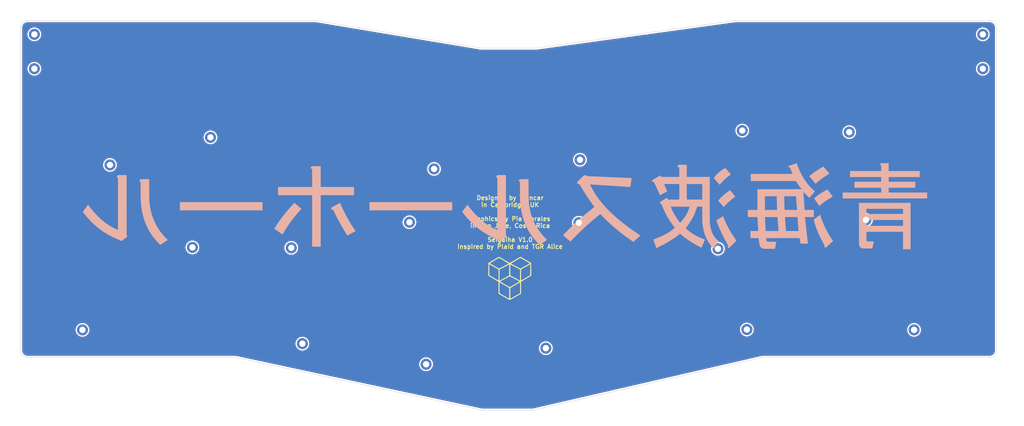
<source format=kicad_pcb>
(kicad_pcb (version 20171130) (host pcbnew "(5.1.8)-1")
  (title_block (title "Seigaiha Back") (date 2021-05-05) (rev V1.0) (company Yiancar-Designs))
  (layers (0 F.Cu signal) (31 B.Cu signal) (34 B.Paste user hide) (35 F.Paste user hide) (36 B.SilkS user) (37 F.SilkS user) (38 B.Mask user) (39 F.Mask user hide) (44 Edge.Cuts user))
  (net 0 "")
  (module Seigaiha:seigaiha_katakana (layer B.Cu) (at 201.6 121.91875 180)
    (fp_text reference Ref** hide)
    (fp_text value Val** hide)
  )
  (module Seigaiha:yiancar_logo_silk (layer F.Cu) (at 205.2 132.11875)
    (fp_text reference G*** hide)
    (fp_text value LOGO hide)
  )
  (module MountingHole:MountingHole_2.2mm_M2_DIN965_Pad (layer F.Cu) (at 345.28125 150.01875)
    (fp_text reference H22 hide)
    (fp_text value MountingHole)
    (pad 1 thru_hole circle (at 0 0) (size 3.8 3.8) (drill 2.2) (layers *.Cu *.Mask))
  )
  (module MountingHole:MountingHole_2.2mm_M2_DIN965_Pad (layer F.Cu) (at 95.25 121.44375)
    (fp_text reference H21 hide)
    (fp_text value MountingHole)
    (pad 1 thru_hole circle (at 0 0) (size 3.8 3.8) (drill 2.2) (layers *.Cu *.Mask))
  )
  (module MountingHole:MountingHole_2.2mm_M2_DIN965_Pad (layer F.Cu) (at 328.6125 111.91875)
    (fp_text reference H20 hide)
    (fp_text value MountingHole)
    (pad 1 thru_hole circle (at 0 0) (size 3.8 3.8) (drill 2.2) (layers *.Cu *.Mask))
  )
  (module MountingHole:MountingHole_2.2mm_M2_DIN965_Pad (layer F.Cu) (at 322.8 81.49875)
    (fp_text reference H19 hide)
    (fp_text value MountingHole)
    (pad 1 thru_hole circle (at 0 0) (size 3.8 3.8) (drill 2.2) (layers *.Cu *.Mask))
  )
  (module MountingHole:MountingHole_2.2mm_M2_DIN965_Pad (layer F.Cu) (at 287.34 149.89875)
    (fp_text reference H18 hide)
    (fp_text value MountingHole)
    (pad 1 thru_hole circle (at 0 0) (size 3.8 3.8) (drill 2.2) (layers *.Cu *.Mask))
  )
  (module MountingHole:MountingHole_2.2mm_M2_DIN965_Pad (layer F.Cu) (at 277.32 121.90875)
    (fp_text reference H17 hide)
    (fp_text value MountingHole)
    (pad 1 thru_hole circle (at 0 0) (size 3.8 3.8) (drill 2.2) (layers *.Cu *.Mask))
  )
  (module MountingHole:MountingHole_2.2mm_M2_DIN965_Pad (layer F.Cu) (at 285.75 80.9625)
    (fp_text reference H16 hide)
    (fp_text value MountingHole)
    (pad 1 thru_hole circle (at 0 0) (size 3.8 3.8) (drill 2.2) (layers *.Cu *.Mask))
  )
  (module MountingHole:MountingHole_2.2mm_M2_DIN965_Pad (layer F.Cu) (at 217.7 156.35875)
    (fp_text reference H15 hide)
    (fp_text value MountingHole)
    (pad 1 thru_hole circle (at 0 0) (size 3.8 3.8) (drill 2.2) (layers *.Cu *.Mask))
  )
  (module MountingHole:MountingHole_2.2mm_M2_DIN965_Pad (layer F.Cu) (at 229.13 112.87875)
    (fp_text reference H14 hide)
    (fp_text value MountingHole)
    (pad 1 thru_hole circle (at 0 0) (size 3.8 3.8) (drill 2.2) (layers *.Cu *.Mask))
  )
  (module MountingHole:MountingHole_2.2mm_M2_DIN965_Pad (layer F.Cu) (at 229.52 91.07875)
    (fp_text reference H13 hide)
    (fp_text value MountingHole)
    (pad 1 thru_hole circle (at 0 0) (size 3.8 3.8) (drill 2.2) (layers *.Cu *.Mask))
  )
  (module MountingHole:MountingHole_2.2mm_M2_DIN965_Pad (layer F.Cu) (at 176.2125 161.925)
    (fp_text reference H12 hide)
    (fp_text value MountingHole)
    (pad 1 thru_hole circle (at 0 0) (size 3.8 3.8) (drill 2.2) (layers *.Cu *.Mask))
  )
  (module MountingHole:MountingHole_2.2mm_M2_DIN965_Pad (layer F.Cu) (at 170.44 112.71875)
    (fp_text reference H11 hide)
    (fp_text value MountingHole)
    (pad 1 thru_hole circle (at 0 0) (size 3.8 3.8) (drill 2.2) (layers *.Cu *.Mask))
  )
  (module MountingHole:MountingHole_2.2mm_M2_DIN965_Pad (layer F.Cu) (at 178.97 94.24875)
    (fp_text reference H10 hide)
    (fp_text value MountingHole)
    (pad 1 thru_hole circle (at 0 0) (size 3.8 3.8) (drill 2.2) (layers *.Cu *.Mask))
  )
  (module MountingHole:MountingHole_2.2mm_M2_DIN965_Pad (layer F.Cu) (at 133.35 154.78125)
    (fp_text reference H9 hide)
    (fp_text value MountingHole)
    (pad 1 thru_hole circle (at 0 0) (size 3.8 3.8) (drill 2.2) (layers *.Cu *.Mask))
  )
  (module MountingHole:MountingHole_2.2mm_M2_DIN965_Pad (layer F.Cu) (at 129.5 121.58875)
    (fp_text reference H8 hide)
    (fp_text value MountingHole)
    (pad 1 thru_hole circle (at 0 0) (size 3.8 3.8) (drill 2.2) (layers *.Cu *.Mask))
  )
  (module MountingHole:MountingHole_2.2mm_M2_DIN965_Pad (layer F.Cu) (at 101.5 83.31875)
    (fp_text reference H7 hide)
    (fp_text value MountingHole)
    (pad 1 thru_hole circle (at 0 0) (size 3.8 3.8) (drill 2.2) (layers *.Cu *.Mask))
  )
  (module MountingHole:MountingHole_2.2mm_M2_DIN965_Pad (layer F.Cu) (at 57.15 150.01875)
    (fp_text reference H6 hide)
    (fp_text value MountingHole)
    (pad 1 thru_hole circle (at 0 0) (size 3.8 3.8) (drill 2.2) (layers *.Cu *.Mask))
  )
  (module MountingHole:MountingHole_2.2mm_M2_DIN965_Pad (layer F.Cu) (at 66.675 92.86875)
    (fp_text reference H5 hide)
    (fp_text value MountingHole)
    (pad 1 thru_hole circle (at 0 0) (size 3.8 3.8) (drill 2.2) (layers *.Cu *.Mask))
  )
  (module MountingHole:MountingHole_2.2mm_M2_DIN965_Pad (layer F.Cu) (at 369.09375 59.53125)
    (fp_text reference H4 hide)
    (fp_text value MountingHole)
    (pad 1 thru_hole circle (at 0 0) (size 3.8 3.8) (drill 2.2) (layers *.Cu *.Mask))
  )
  (module MountingHole:MountingHole_2.2mm_M2_DIN965_Pad (layer F.Cu) (at 369.09375 47.625)
    (fp_text reference H3 hide)
    (fp_text value MountingHole)
    (pad 1 thru_hole circle (at 0 0) (size 3.8 3.8) (drill 2.2) (layers *.Cu *.Mask))
  )
  (module MountingHole:MountingHole_2.2mm_M2_DIN965_Pad (layer F.Cu) (at 40.48125 59.53125)
    (fp_text reference H2 hide)
    (fp_text value MountingHole)
    (pad 1 thru_hole circle (at 0 0) (size 3.8 3.8) (drill 2.2) (layers *.Cu *.Mask))
  )
  (module MountingHole:MountingHole_2.2mm_M2_DIN965_Pad (layer F.Cu) (at 40.48125 47.625)
    (fp_text reference H1 hide)
    (fp_text value MountingHole)
    (pad 1 thru_hole circle (at 0 0) (size 3.8 3.8) (drill 2.2) (layers *.Cu *.Mask))
  )
  (gr_text "Designed by Yiancar\nin Cambridge, UK\n\nGraphics by Pia Morales\nin San Jose, Costa Rica\n\nSeigaiha V1.0\nInspired by Plaid and TGR Alice" (at 205.3 112.71875) (layer F.SilkS) (effects (font (size 1.5 1.5) (thickness 0.3))))
  (gr_line (start 283.36875 42.8625) (end 371.475 42.8625) (layer Edge.Cuts) (width 0.15))
  (gr_line (start 214.3125 52.3875) (end 283.36875 42.8625) (layer Edge.Cuts) (width 0.15))
  (gr_line (start 195.2625 52.3875) (end 214.3125 52.3875) (layer Edge.Cuts) (width 0.15))
  (gr_line (start 138.1125 42.8625) (end 195.2625 52.3875) (layer Edge.Cuts) (width 0.15))
  (gr_line (start 138.1125 42.8625) (end 38.1 42.8625) (layer Edge.Cuts) (width 0.15))
  (gr_arc (start 371.475 45.24375) (end 373.85625 45.24375) (angle -90) (layer Edge.Cuts) (width 0.15))
  (gr_line (start 373.85625 157.1625) (end 373.85625 45.24375) (layer Edge.Cuts) (width 0.15))
  (gr_arc (start 371.475 157.1625) (end 371.475 159.54375) (angle -90) (layer Edge.Cuts) (width 0.15))
  (gr_arc (start 38.1 45.24375) (end 38.1 42.8625) (angle -90) (layer Edge.Cuts) (width 0.15))
  (gr_line (start 35.71875 157.1625) (end 35.71875 45.24375) (layer Edge.Cuts) (width 0.15))
  (gr_arc (start 38.1 157.1625) (end 35.71875 157.1625) (angle -90) (layer Edge.Cuts) (width 0.15))
  (gr_line (start 213.10625 177.84375) (end 292.70625 159.54375) (layer Edge.Cuts) (width 0.15))
  (gr_line (start 110.13125 159.54375) (end 195.60625 177.84375) (layer Edge.Cuts) (width 0.15))
  (gr_line (start 110.13125 159.54375) (end 38.1 159.54375) (layer Edge.Cuts) (width 0.15))
  (gr_line (start 213.10625 177.84375) (end 195.60625 177.84375) (layer Edge.Cuts) (width 0.15))
  (gr_line (start 371.475 159.54375) (end 292.70625 159.54375) (layer Edge.Cuts) (width 0.15))
  (zone (net 0) (net_name "") (layer F.Cu) (connect_pads (clearance 0.508)) (min_thickness 0.254) (fill yes (arc_segments 32) (thermal_gap 0.508) (thermal_bridge_width 0.508))
    (polygon (pts (xy 381 183.35625) (xy 28.575 183.35625) (xy 28.575 35.71875) (xy 381 35.71875)))
  )
  (zone (net 0) (net_name "") (layer B.Cu) (connect_pads (clearance 0.508)) (min_thickness 0.254) (fill yes (arc_segments 32) (thermal_gap 0.508) (thermal_bridge_width 0.508))
    (polygon (pts (xy 383.38125 183.35625) (xy 30.95625 183.35625) (xy 30.95625 35.71875) (xy 383.38125 35.71875)))
  )
)
</source>
